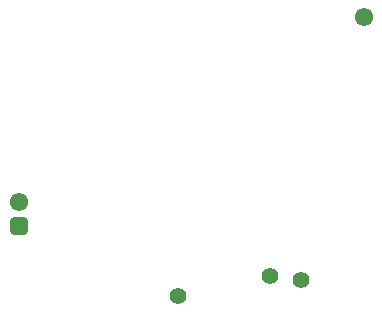
<source format=gbs>
G04*
G04 #@! TF.GenerationSoftware,Altium Limited,Altium Designer,24.5.2 (23)*
G04*
G04 Layer_Color=16711935*
%FSLAX44Y44*%
%MOMM*%
G71*
G04*
G04 #@! TF.SameCoordinates,54F6CDA4-3835-4A56-B923-A5E7E985AA1E*
G04*
G04*
G04 #@! TF.FilePolarity,Negative*
G04*
G01*
G75*
%ADD37C,1.5500*%
G04:AMPARAMS|DCode=38|XSize=1.55mm|YSize=1.55mm|CornerRadius=0.425mm|HoleSize=0mm|Usage=FLASHONLY|Rotation=90.000|XOffset=0mm|YOffset=0mm|HoleType=Round|Shape=RoundedRectangle|*
%AMROUNDEDRECTD38*
21,1,1.5500,0.7000,0,0,90.0*
21,1,0.7000,1.5500,0,0,90.0*
1,1,0.8500,0.3500,0.3500*
1,1,0.8500,0.3500,-0.3500*
1,1,0.8500,-0.3500,-0.3500*
1,1,0.8500,-0.3500,0.3500*
%
%ADD38ROUNDEDRECTD38*%
%ADD39C,1.4200*%
D37*
X500000Y316750D02*
D03*
X208280Y159715D02*
D03*
D38*
Y139715D02*
D03*
D39*
X342685Y80225D02*
D03*
X447040Y93835D02*
D03*
X420370Y97645D02*
D03*
M02*

</source>
